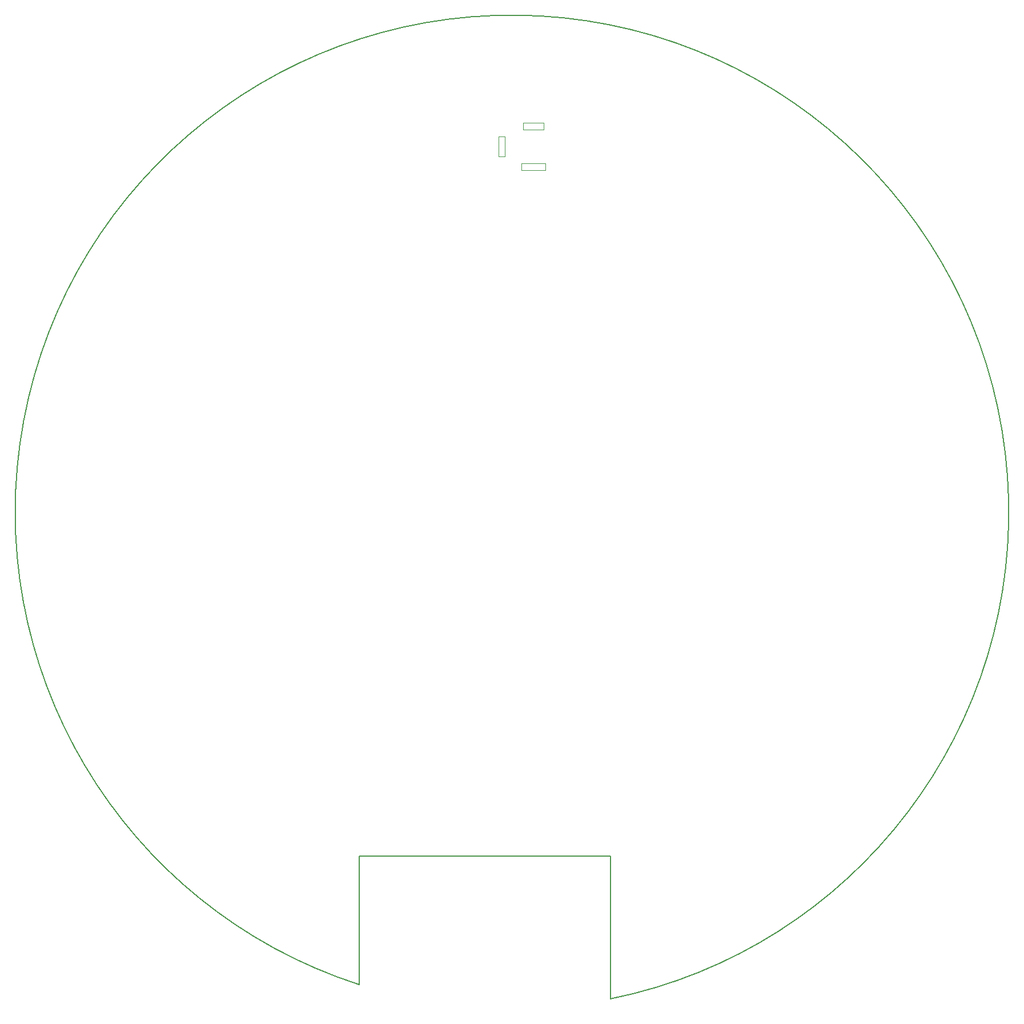
<source format=gm1>
G04 #@! TF.GenerationSoftware,KiCad,Pcbnew,(5.0.0)*
G04 #@! TF.CreationDate,2019-03-27T17:13:10-04:00*
G04 #@! TF.ProjectId,control board power,636F6E74726F6C20626F61726420706F,rev?*
G04 #@! TF.SameCoordinates,Original*
G04 #@! TF.FileFunction,Profile,NP*
%FSLAX46Y46*%
G04 Gerber Fmt 4.6, Leading zero omitted, Abs format (unit mm)*
G04 Created by KiCad (PCBNEW (5.0.0)) date 03/27/19 17:13:10*
%MOMM*%
%LPD*%
G01*
G04 APERTURE LIST*
%ADD10C,0.200000*%
G04 #@! TA.AperFunction,NonConductor*
%ADD11C,0.000100*%
G04 #@! TD*
G04 APERTURE END LIST*
D10*
X78926670Y-172429246D02*
G75*
G02X116179600Y-174548800I22673330J70067246D01*
G01*
X116205000Y-153352500D02*
X116205000Y-174561500D01*
X78930500Y-153352500D02*
X116205000Y-153352500D01*
X78930500Y-153352500D02*
X78930500Y-172466000D01*
D11*
G04 #@! TO.C,J3*
X100575000Y-46681000D02*
X100575000Y-49681000D01*
X99575000Y-46681000D02*
X100575000Y-46681000D01*
X99575000Y-49681000D02*
X99575000Y-46681000D01*
X100575000Y-49681000D02*
X99575000Y-49681000D01*
X103275000Y-44681000D02*
X106275000Y-44681000D01*
X103275000Y-45681000D02*
X103275000Y-44681000D01*
X106275000Y-45681000D02*
X103275000Y-45681000D01*
X106275000Y-44681000D02*
X106275000Y-45681000D01*
X103025000Y-50681000D02*
X106525000Y-50681000D01*
X103025000Y-51681000D02*
X103025000Y-50681000D01*
X106525000Y-51681000D02*
X103025000Y-51681000D01*
X106525000Y-50681000D02*
X106525000Y-51681000D01*
G04 #@! TD*
M02*

</source>
